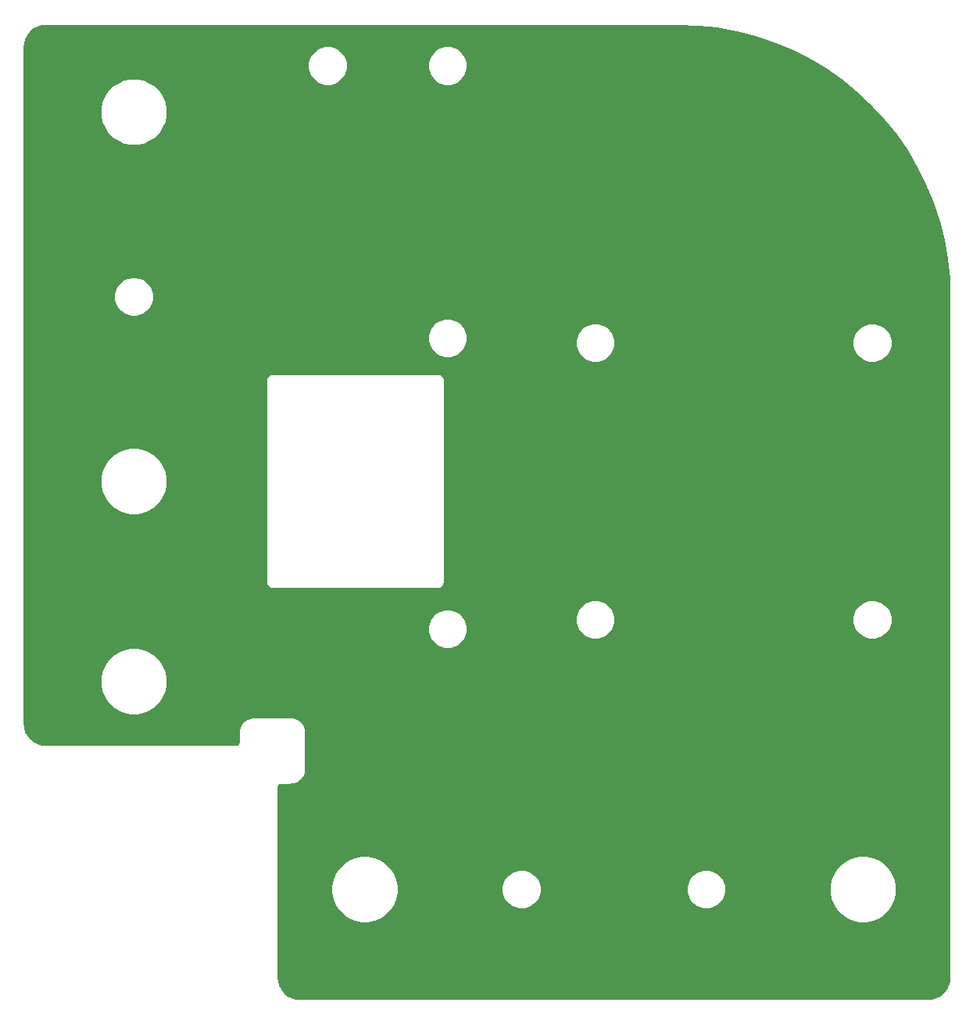
<source format=gbl>
G04 #@! TF.GenerationSoftware,KiCad,Pcbnew,5.1.9+dfsg1-1+deb11u1*
G04 #@! TF.CreationDate,2023-07-28T22:32:23+09:00*
G04 #@! TF.ProjectId,z-motor-mount,7a2d6d6f-746f-4722-9d6d-6f756e742e6b,rev?*
G04 #@! TF.SameCoordinates,Original*
G04 #@! TF.FileFunction,Copper,L2,Bot*
G04 #@! TF.FilePolarity,Positive*
%FSLAX46Y46*%
G04 Gerber Fmt 4.6, Leading zero omitted, Abs format (unit mm)*
G04 Created by KiCad (PCBNEW 5.1.9+dfsg1-1+deb11u1) date 2023-07-28 22:32:23*
%MOMM*%
%LPD*%
G01*
G04 APERTURE LIST*
G04 #@! TA.AperFunction,NonConductor*
%ADD10C,0.254000*%
G04 #@! TD*
G04 #@! TA.AperFunction,NonConductor*
%ADD11C,0.100000*%
G04 #@! TD*
G04 APERTURE END LIST*
D10*
X160097704Y-38535510D02*
X162184676Y-38760384D01*
X164250224Y-39133897D01*
X166283780Y-39654134D01*
X168274934Y-40318433D01*
X170213500Y-41123396D01*
X172089558Y-42064904D01*
X173893479Y-43138124D01*
X175616084Y-44337596D01*
X177248495Y-45657140D01*
X178782395Y-47090030D01*
X180209917Y-48628918D01*
X181523755Y-50265927D01*
X182717194Y-51992686D01*
X183784125Y-53800368D01*
X184719074Y-55679692D01*
X185517265Y-57621053D01*
X186174610Y-59614514D01*
X186687747Y-61649880D01*
X187054048Y-63716728D01*
X187271694Y-65805025D01*
X187340000Y-67811238D01*
X187340001Y-141467711D01*
X187292330Y-141953894D01*
X187160512Y-142390497D01*
X186946399Y-142793186D01*
X186658150Y-143146613D01*
X186306739Y-143437327D01*
X185905564Y-143654240D01*
X185469886Y-143789106D01*
X184985664Y-143840000D01*
X117032279Y-143840000D01*
X116546106Y-143792330D01*
X116109503Y-143660512D01*
X115706814Y-143446399D01*
X115353387Y-143158150D01*
X115062673Y-142806739D01*
X114845760Y-142405564D01*
X114710894Y-141969886D01*
X114660000Y-141485664D01*
X114660000Y-131639297D01*
X120337720Y-131639297D01*
X120337720Y-132360703D01*
X120478460Y-133068248D01*
X120754530Y-133734740D01*
X121155322Y-134334567D01*
X121665433Y-134844678D01*
X122265260Y-135245470D01*
X122931752Y-135521540D01*
X123639297Y-135662280D01*
X124360703Y-135662280D01*
X125068248Y-135521540D01*
X125734740Y-135245470D01*
X126334567Y-134844678D01*
X126844678Y-134334567D01*
X127245470Y-133734740D01*
X127521540Y-133068248D01*
X127662280Y-132360703D01*
X127662280Y-131786323D01*
X138830497Y-131786323D01*
X138830497Y-132213677D01*
X138913870Y-132632821D01*
X139077412Y-133027645D01*
X139314837Y-133382977D01*
X139617023Y-133685163D01*
X139972355Y-133922588D01*
X140367179Y-134086130D01*
X140786323Y-134169503D01*
X141213677Y-134169503D01*
X141632821Y-134086130D01*
X142027645Y-133922588D01*
X142382977Y-133685163D01*
X142685163Y-133382977D01*
X142922588Y-133027645D01*
X143086130Y-132632821D01*
X143169503Y-132213677D01*
X143169503Y-131786323D01*
X158830497Y-131786323D01*
X158830497Y-132213677D01*
X158913870Y-132632821D01*
X159077412Y-133027645D01*
X159314837Y-133382977D01*
X159617023Y-133685163D01*
X159972355Y-133922588D01*
X160367179Y-134086130D01*
X160786323Y-134169503D01*
X161213677Y-134169503D01*
X161632821Y-134086130D01*
X162027645Y-133922588D01*
X162382977Y-133685163D01*
X162685163Y-133382977D01*
X162922588Y-133027645D01*
X163086130Y-132632821D01*
X163169503Y-132213677D01*
X163169503Y-131786323D01*
X163140258Y-131639297D01*
X174337720Y-131639297D01*
X174337720Y-132360703D01*
X174478460Y-133068248D01*
X174754530Y-133734740D01*
X175155322Y-134334567D01*
X175665433Y-134844678D01*
X176265260Y-135245470D01*
X176931752Y-135521540D01*
X177639297Y-135662280D01*
X178360703Y-135662280D01*
X179068248Y-135521540D01*
X179734740Y-135245470D01*
X180334567Y-134844678D01*
X180844678Y-134334567D01*
X181245470Y-133734740D01*
X181521540Y-133068248D01*
X181662280Y-132360703D01*
X181662280Y-131639297D01*
X181521540Y-130931752D01*
X181245470Y-130265260D01*
X180844678Y-129665433D01*
X180334567Y-129155322D01*
X179734740Y-128754530D01*
X179068248Y-128478460D01*
X178360703Y-128337720D01*
X177639297Y-128337720D01*
X176931752Y-128478460D01*
X176265260Y-128754530D01*
X175665433Y-129155322D01*
X175155322Y-129665433D01*
X174754530Y-130265260D01*
X174478460Y-130931752D01*
X174337720Y-131639297D01*
X163140258Y-131639297D01*
X163086130Y-131367179D01*
X162922588Y-130972355D01*
X162685163Y-130617023D01*
X162382977Y-130314837D01*
X162027645Y-130077412D01*
X161632821Y-129913870D01*
X161213677Y-129830497D01*
X160786323Y-129830497D01*
X160367179Y-129913870D01*
X159972355Y-130077412D01*
X159617023Y-130314837D01*
X159314837Y-130617023D01*
X159077412Y-130972355D01*
X158913870Y-131367179D01*
X158830497Y-131786323D01*
X143169503Y-131786323D01*
X143086130Y-131367179D01*
X142922588Y-130972355D01*
X142685163Y-130617023D01*
X142382977Y-130314837D01*
X142027645Y-130077412D01*
X141632821Y-129913870D01*
X141213677Y-129830497D01*
X140786323Y-129830497D01*
X140367179Y-129913870D01*
X139972355Y-130077412D01*
X139617023Y-130314837D01*
X139314837Y-130617023D01*
X139077412Y-130972355D01*
X138913870Y-131367179D01*
X138830497Y-131786323D01*
X127662280Y-131786323D01*
X127662280Y-131639297D01*
X127521540Y-130931752D01*
X127245470Y-130265260D01*
X126844678Y-129665433D01*
X126334567Y-129155322D01*
X125734740Y-128754530D01*
X125068248Y-128478460D01*
X124360703Y-128337720D01*
X123639297Y-128337720D01*
X122931752Y-128478460D01*
X122265260Y-128754530D01*
X121665433Y-129155322D01*
X121155322Y-129665433D01*
X120754530Y-130265260D01*
X120478460Y-130931752D01*
X120337720Y-131639297D01*
X114660000Y-131639297D01*
X114660000Y-121032279D01*
X114669580Y-120934576D01*
X114688580Y-120871644D01*
X114719445Y-120813595D01*
X114760989Y-120762657D01*
X114811644Y-120720752D01*
X114869471Y-120689485D01*
X114932272Y-120670044D01*
X115027835Y-120660000D01*
X116032419Y-120660000D01*
X116060674Y-120657217D01*
X116066801Y-120657260D01*
X116075972Y-120656360D01*
X116270069Y-120635959D01*
X116328658Y-120623932D01*
X116387423Y-120612723D01*
X116396245Y-120610059D01*
X116582683Y-120552347D01*
X116637838Y-120529162D01*
X116693291Y-120506758D01*
X116701427Y-120502432D01*
X116873104Y-120409607D01*
X116922699Y-120376154D01*
X116972753Y-120343400D01*
X116979894Y-120337576D01*
X117130272Y-120213172D01*
X117172411Y-120170737D01*
X117215161Y-120128874D01*
X117221034Y-120121773D01*
X117344384Y-119970531D01*
X117377477Y-119920723D01*
X117411284Y-119871349D01*
X117415667Y-119863243D01*
X117507292Y-119690920D01*
X117530090Y-119635608D01*
X117553652Y-119580634D01*
X117556377Y-119571831D01*
X117612786Y-119384994D01*
X117624405Y-119326314D01*
X117636842Y-119267804D01*
X117637805Y-119258639D01*
X117656850Y-119064406D01*
X117656850Y-119064402D01*
X117660000Y-119032419D01*
X117660000Y-114967581D01*
X117657217Y-114939326D01*
X117657260Y-114933199D01*
X117656360Y-114924028D01*
X117635959Y-114729931D01*
X117623934Y-114671348D01*
X117612723Y-114612577D01*
X117610059Y-114603755D01*
X117552347Y-114417317D01*
X117529162Y-114362162D01*
X117506758Y-114306709D01*
X117502432Y-114298573D01*
X117409607Y-114126896D01*
X117376139Y-114077278D01*
X117343400Y-114027247D01*
X117337576Y-114020106D01*
X117213172Y-113869728D01*
X117170737Y-113827589D01*
X117128874Y-113784839D01*
X117121773Y-113778966D01*
X116970531Y-113655616D01*
X116920738Y-113622534D01*
X116871349Y-113588716D01*
X116863243Y-113584333D01*
X116690921Y-113492708D01*
X116635606Y-113469909D01*
X116580634Y-113446348D01*
X116571831Y-113443623D01*
X116384995Y-113387214D01*
X116326307Y-113375594D01*
X116267804Y-113363158D01*
X116258639Y-113362195D01*
X116064405Y-113343150D01*
X116064402Y-113343150D01*
X116032419Y-113340000D01*
X111967581Y-113340000D01*
X111939326Y-113342783D01*
X111933199Y-113342740D01*
X111924028Y-113343640D01*
X111729931Y-113364041D01*
X111671348Y-113376066D01*
X111612577Y-113387277D01*
X111603755Y-113389941D01*
X111417317Y-113447653D01*
X111362162Y-113470838D01*
X111306709Y-113493242D01*
X111298573Y-113497568D01*
X111126896Y-113590393D01*
X111077278Y-113623861D01*
X111027247Y-113656600D01*
X111020106Y-113662424D01*
X110869728Y-113786828D01*
X110827589Y-113829263D01*
X110784839Y-113871126D01*
X110778966Y-113878227D01*
X110655616Y-114029469D01*
X110622534Y-114079262D01*
X110588716Y-114128651D01*
X110584333Y-114136757D01*
X110492708Y-114309079D01*
X110469909Y-114364394D01*
X110446348Y-114419366D01*
X110443623Y-114428169D01*
X110387214Y-114615005D01*
X110375594Y-114673693D01*
X110363158Y-114732196D01*
X110362195Y-114741361D01*
X110343150Y-114935595D01*
X110340000Y-114967582D01*
X110340001Y-115967711D01*
X110330420Y-116065424D01*
X110311420Y-116128357D01*
X110280554Y-116186406D01*
X110239011Y-116237343D01*
X110188356Y-116279248D01*
X110130529Y-116310515D01*
X110067728Y-116329956D01*
X109972165Y-116340000D01*
X89532279Y-116340000D01*
X89046110Y-116292331D01*
X88609503Y-116160511D01*
X88206815Y-115946399D01*
X87853387Y-115658150D01*
X87562676Y-115306741D01*
X87345759Y-114905563D01*
X87210894Y-114469887D01*
X87160000Y-113985665D01*
X87160000Y-109139297D01*
X95337720Y-109139297D01*
X95337720Y-109860703D01*
X95478460Y-110568248D01*
X95754530Y-111234740D01*
X96155322Y-111834567D01*
X96665433Y-112344678D01*
X97265260Y-112745470D01*
X97931752Y-113021540D01*
X98639297Y-113162280D01*
X99360703Y-113162280D01*
X100068248Y-113021540D01*
X100734740Y-112745470D01*
X101334567Y-112344678D01*
X101844678Y-111834567D01*
X102245470Y-111234740D01*
X102521540Y-110568248D01*
X102662280Y-109860703D01*
X102662280Y-109139297D01*
X102521540Y-108431752D01*
X102245470Y-107765260D01*
X101844678Y-107165433D01*
X101334567Y-106655322D01*
X100734740Y-106254530D01*
X100068248Y-105978460D01*
X99360703Y-105837720D01*
X98639297Y-105837720D01*
X97931752Y-105978460D01*
X97265260Y-106254530D01*
X96665433Y-106655322D01*
X96155322Y-107165433D01*
X95754530Y-107765260D01*
X95478460Y-108431752D01*
X95337720Y-109139297D01*
X87160000Y-109139297D01*
X87160000Y-103586323D01*
X130830497Y-103586323D01*
X130830497Y-104013677D01*
X130913870Y-104432821D01*
X131077412Y-104827645D01*
X131314837Y-105182977D01*
X131617023Y-105485163D01*
X131972355Y-105722588D01*
X132367179Y-105886130D01*
X132786323Y-105969503D01*
X133213677Y-105969503D01*
X133632821Y-105886130D01*
X134027645Y-105722588D01*
X134382977Y-105485163D01*
X134685163Y-105182977D01*
X134922588Y-104827645D01*
X135086130Y-104432821D01*
X135169503Y-104013677D01*
X135169503Y-103586323D01*
X135086130Y-103167179D01*
X134922588Y-102772355D01*
X134798286Y-102586323D01*
X146830497Y-102586323D01*
X146830497Y-103013677D01*
X146913870Y-103432821D01*
X147077412Y-103827645D01*
X147314837Y-104182977D01*
X147617023Y-104485163D01*
X147972355Y-104722588D01*
X148367179Y-104886130D01*
X148786323Y-104969503D01*
X149213677Y-104969503D01*
X149632821Y-104886130D01*
X150027645Y-104722588D01*
X150382977Y-104485163D01*
X150685163Y-104182977D01*
X150922588Y-103827645D01*
X151086130Y-103432821D01*
X151169503Y-103013677D01*
X151169503Y-102586323D01*
X176830497Y-102586323D01*
X176830497Y-103013677D01*
X176913870Y-103432821D01*
X177077412Y-103827645D01*
X177314837Y-104182977D01*
X177617023Y-104485163D01*
X177972355Y-104722588D01*
X178367179Y-104886130D01*
X178786323Y-104969503D01*
X179213677Y-104969503D01*
X179632821Y-104886130D01*
X180027645Y-104722588D01*
X180382977Y-104485163D01*
X180685163Y-104182977D01*
X180922588Y-103827645D01*
X181086130Y-103432821D01*
X181169503Y-103013677D01*
X181169503Y-102586323D01*
X181086130Y-102167179D01*
X180922588Y-101772355D01*
X180685163Y-101417023D01*
X180382977Y-101114837D01*
X180027645Y-100877412D01*
X179632821Y-100713870D01*
X179213677Y-100630497D01*
X178786323Y-100630497D01*
X178367179Y-100713870D01*
X177972355Y-100877412D01*
X177617023Y-101114837D01*
X177314837Y-101417023D01*
X177077412Y-101772355D01*
X176913870Y-102167179D01*
X176830497Y-102586323D01*
X151169503Y-102586323D01*
X151086130Y-102167179D01*
X150922588Y-101772355D01*
X150685163Y-101417023D01*
X150382977Y-101114837D01*
X150027645Y-100877412D01*
X149632821Y-100713870D01*
X149213677Y-100630497D01*
X148786323Y-100630497D01*
X148367179Y-100713870D01*
X147972355Y-100877412D01*
X147617023Y-101114837D01*
X147314837Y-101417023D01*
X147077412Y-101772355D01*
X146913870Y-102167179D01*
X146830497Y-102586323D01*
X134798286Y-102586323D01*
X134685163Y-102417023D01*
X134382977Y-102114837D01*
X134027645Y-101877412D01*
X133632821Y-101713870D01*
X133213677Y-101630497D01*
X132786323Y-101630497D01*
X132367179Y-101713870D01*
X131972355Y-101877412D01*
X131617023Y-102114837D01*
X131314837Y-102417023D01*
X131077412Y-102772355D01*
X130913870Y-103167179D01*
X130830497Y-103586323D01*
X87160000Y-103586323D01*
X87160000Y-87439297D01*
X95337720Y-87439297D01*
X95337720Y-88160703D01*
X95478460Y-88868248D01*
X95754530Y-89534740D01*
X96155322Y-90134567D01*
X96665433Y-90644678D01*
X97265260Y-91045470D01*
X97931752Y-91321540D01*
X98639297Y-91462280D01*
X99360703Y-91462280D01*
X100068248Y-91321540D01*
X100734740Y-91045470D01*
X101334567Y-90644678D01*
X101844678Y-90134567D01*
X102245470Y-89534740D01*
X102521540Y-88868248D01*
X102662280Y-88160703D01*
X102662280Y-87439297D01*
X102521540Y-86731752D01*
X102245470Y-86065260D01*
X101844678Y-85465433D01*
X101334567Y-84955322D01*
X100734740Y-84554530D01*
X100068248Y-84278460D01*
X99360703Y-84137720D01*
X98639297Y-84137720D01*
X97931752Y-84278460D01*
X97265260Y-84554530D01*
X96665433Y-84955322D01*
X96155322Y-85465433D01*
X95754530Y-86065260D01*
X95478460Y-86731752D01*
X95337720Y-87439297D01*
X87160000Y-87439297D01*
X87160000Y-76800000D01*
X113336807Y-76800000D01*
X113340000Y-76832419D01*
X113340001Y-98767571D01*
X113336807Y-98800000D01*
X113349550Y-98929383D01*
X113387290Y-99053793D01*
X113448575Y-99168450D01*
X113531052Y-99268948D01*
X113631550Y-99351425D01*
X113746207Y-99412710D01*
X113870617Y-99450450D01*
X113967581Y-99460000D01*
X114000000Y-99463193D01*
X114032419Y-99460000D01*
X131967581Y-99460000D01*
X132000000Y-99463193D01*
X132032419Y-99460000D01*
X132129383Y-99450450D01*
X132253793Y-99412710D01*
X132368450Y-99351425D01*
X132468948Y-99268948D01*
X132551425Y-99168450D01*
X132612710Y-99053793D01*
X132650450Y-98929383D01*
X132663193Y-98800000D01*
X132660000Y-98767581D01*
X132660000Y-76832419D01*
X132663193Y-76800000D01*
X132650450Y-76670617D01*
X132612710Y-76546207D01*
X132551425Y-76431550D01*
X132468948Y-76331052D01*
X132368450Y-76248575D01*
X132253793Y-76187290D01*
X132129383Y-76149550D01*
X132032419Y-76140000D01*
X132000000Y-76136807D01*
X131967581Y-76140000D01*
X114032419Y-76140000D01*
X114000000Y-76136807D01*
X113967581Y-76140000D01*
X113870617Y-76149550D01*
X113746207Y-76187290D01*
X113631550Y-76248575D01*
X113531052Y-76331052D01*
X113448575Y-76431550D01*
X113387290Y-76546207D01*
X113349550Y-76670617D01*
X113336807Y-76800000D01*
X87160000Y-76800000D01*
X87160000Y-72086323D01*
X130830497Y-72086323D01*
X130830497Y-72513677D01*
X130913870Y-72932821D01*
X131077412Y-73327645D01*
X131314837Y-73682977D01*
X131617023Y-73985163D01*
X131972355Y-74222588D01*
X132367179Y-74386130D01*
X132786323Y-74469503D01*
X133213677Y-74469503D01*
X133632821Y-74386130D01*
X134027645Y-74222588D01*
X134382977Y-73985163D01*
X134685163Y-73682977D01*
X134922588Y-73327645D01*
X135086130Y-72932821D01*
X135155052Y-72586323D01*
X146830497Y-72586323D01*
X146830497Y-73013677D01*
X146913870Y-73432821D01*
X147077412Y-73827645D01*
X147314837Y-74182977D01*
X147617023Y-74485163D01*
X147972355Y-74722588D01*
X148367179Y-74886130D01*
X148786323Y-74969503D01*
X149213677Y-74969503D01*
X149632821Y-74886130D01*
X150027645Y-74722588D01*
X150382977Y-74485163D01*
X150685163Y-74182977D01*
X150922588Y-73827645D01*
X151086130Y-73432821D01*
X151169503Y-73013677D01*
X151169503Y-72586323D01*
X176830497Y-72586323D01*
X176830497Y-73013677D01*
X176913870Y-73432821D01*
X177077412Y-73827645D01*
X177314837Y-74182977D01*
X177617023Y-74485163D01*
X177972355Y-74722588D01*
X178367179Y-74886130D01*
X178786323Y-74969503D01*
X179213677Y-74969503D01*
X179632821Y-74886130D01*
X180027645Y-74722588D01*
X180382977Y-74485163D01*
X180685163Y-74182977D01*
X180922588Y-73827645D01*
X181086130Y-73432821D01*
X181169503Y-73013677D01*
X181169503Y-72586323D01*
X181086130Y-72167179D01*
X180922588Y-71772355D01*
X180685163Y-71417023D01*
X180382977Y-71114837D01*
X180027645Y-70877412D01*
X179632821Y-70713870D01*
X179213677Y-70630497D01*
X178786323Y-70630497D01*
X178367179Y-70713870D01*
X177972355Y-70877412D01*
X177617023Y-71114837D01*
X177314837Y-71417023D01*
X177077412Y-71772355D01*
X176913870Y-72167179D01*
X176830497Y-72586323D01*
X151169503Y-72586323D01*
X151086130Y-72167179D01*
X150922588Y-71772355D01*
X150685163Y-71417023D01*
X150382977Y-71114837D01*
X150027645Y-70877412D01*
X149632821Y-70713870D01*
X149213677Y-70630497D01*
X148786323Y-70630497D01*
X148367179Y-70713870D01*
X147972355Y-70877412D01*
X147617023Y-71114837D01*
X147314837Y-71417023D01*
X147077412Y-71772355D01*
X146913870Y-72167179D01*
X146830497Y-72586323D01*
X135155052Y-72586323D01*
X135169503Y-72513677D01*
X135169503Y-72086323D01*
X135086130Y-71667179D01*
X134922588Y-71272355D01*
X134685163Y-70917023D01*
X134382977Y-70614837D01*
X134027645Y-70377412D01*
X133632821Y-70213870D01*
X133213677Y-70130497D01*
X132786323Y-70130497D01*
X132367179Y-70213870D01*
X131972355Y-70377412D01*
X131617023Y-70614837D01*
X131314837Y-70917023D01*
X131077412Y-71272355D01*
X130913870Y-71667179D01*
X130830497Y-72086323D01*
X87160000Y-72086323D01*
X87160000Y-67586323D01*
X96830497Y-67586323D01*
X96830497Y-68013677D01*
X96913870Y-68432821D01*
X97077412Y-68827645D01*
X97314837Y-69182977D01*
X97617023Y-69485163D01*
X97972355Y-69722588D01*
X98367179Y-69886130D01*
X98786323Y-69969503D01*
X99213677Y-69969503D01*
X99632821Y-69886130D01*
X100027645Y-69722588D01*
X100382977Y-69485163D01*
X100685163Y-69182977D01*
X100922588Y-68827645D01*
X101086130Y-68432821D01*
X101169503Y-68013677D01*
X101169503Y-67586323D01*
X101086130Y-67167179D01*
X100922588Y-66772355D01*
X100685163Y-66417023D01*
X100382977Y-66114837D01*
X100027645Y-65877412D01*
X99632821Y-65713870D01*
X99213677Y-65630497D01*
X98786323Y-65630497D01*
X98367179Y-65713870D01*
X97972355Y-65877412D01*
X97617023Y-66114837D01*
X97314837Y-66417023D01*
X97077412Y-66772355D01*
X96913870Y-67167179D01*
X96830497Y-67586323D01*
X87160000Y-67586323D01*
X87160000Y-47439297D01*
X95337720Y-47439297D01*
X95337720Y-48160703D01*
X95478460Y-48868248D01*
X95754530Y-49534740D01*
X96155322Y-50134567D01*
X96665433Y-50644678D01*
X97265260Y-51045470D01*
X97931752Y-51321540D01*
X98639297Y-51462280D01*
X99360703Y-51462280D01*
X100068248Y-51321540D01*
X100734740Y-51045470D01*
X101334567Y-50644678D01*
X101844678Y-50134567D01*
X102245470Y-49534740D01*
X102521540Y-48868248D01*
X102662280Y-48160703D01*
X102662280Y-47439297D01*
X102521540Y-46731752D01*
X102245470Y-46065260D01*
X101844678Y-45465433D01*
X101334567Y-44955322D01*
X100734740Y-44554530D01*
X100068248Y-44278460D01*
X99360703Y-44137720D01*
X98639297Y-44137720D01*
X97931752Y-44278460D01*
X97265260Y-44554530D01*
X96665433Y-44955322D01*
X96155322Y-45465433D01*
X95754530Y-46065260D01*
X95478460Y-46731752D01*
X95337720Y-47439297D01*
X87160000Y-47439297D01*
X87160000Y-42586323D01*
X117830497Y-42586323D01*
X117830497Y-43013677D01*
X117913870Y-43432821D01*
X118077412Y-43827645D01*
X118314837Y-44182977D01*
X118617023Y-44485163D01*
X118972355Y-44722588D01*
X119367179Y-44886130D01*
X119786323Y-44969503D01*
X120213677Y-44969503D01*
X120632821Y-44886130D01*
X121027645Y-44722588D01*
X121382977Y-44485163D01*
X121685163Y-44182977D01*
X121922588Y-43827645D01*
X122086130Y-43432821D01*
X122169503Y-43013677D01*
X122169503Y-42586323D01*
X130830497Y-42586323D01*
X130830497Y-43013677D01*
X130913870Y-43432821D01*
X131077412Y-43827645D01*
X131314837Y-44182977D01*
X131617023Y-44485163D01*
X131972355Y-44722588D01*
X132367179Y-44886130D01*
X132786323Y-44969503D01*
X133213677Y-44969503D01*
X133632821Y-44886130D01*
X134027645Y-44722588D01*
X134382977Y-44485163D01*
X134685163Y-44182977D01*
X134922588Y-43827645D01*
X135086130Y-43432821D01*
X135169503Y-43013677D01*
X135169503Y-42586323D01*
X135086130Y-42167179D01*
X134922588Y-41772355D01*
X134685163Y-41417023D01*
X134382977Y-41114837D01*
X134027645Y-40877412D01*
X133632821Y-40713870D01*
X133213677Y-40630497D01*
X132786323Y-40630497D01*
X132367179Y-40713870D01*
X131972355Y-40877412D01*
X131617023Y-41114837D01*
X131314837Y-41417023D01*
X131077412Y-41772355D01*
X130913870Y-42167179D01*
X130830497Y-42586323D01*
X122169503Y-42586323D01*
X122086130Y-42167179D01*
X121922588Y-41772355D01*
X121685163Y-41417023D01*
X121382977Y-41114837D01*
X121027645Y-40877412D01*
X120632821Y-40713870D01*
X120213677Y-40630497D01*
X119786323Y-40630497D01*
X119367179Y-40713870D01*
X118972355Y-40877412D01*
X118617023Y-41114837D01*
X118314837Y-41417023D01*
X118077412Y-41772355D01*
X117913870Y-42167179D01*
X117830497Y-42586323D01*
X87160000Y-42586323D01*
X87160000Y-40832279D01*
X87207670Y-40346107D01*
X87339489Y-39909502D01*
X87553600Y-39506815D01*
X87841848Y-39153388D01*
X88193261Y-38862673D01*
X88594439Y-38645758D01*
X89030113Y-38510894D01*
X89514344Y-38460000D01*
X157988180Y-38460000D01*
X160097704Y-38535510D01*
G04 #@! TA.AperFunction,NonConductor*
D11*
G36*
X160097704Y-38535510D02*
G01*
X162184676Y-38760384D01*
X164250224Y-39133897D01*
X166283780Y-39654134D01*
X168274934Y-40318433D01*
X170213500Y-41123396D01*
X172089558Y-42064904D01*
X173893479Y-43138124D01*
X175616084Y-44337596D01*
X177248495Y-45657140D01*
X178782395Y-47090030D01*
X180209917Y-48628918D01*
X181523755Y-50265927D01*
X182717194Y-51992686D01*
X183784125Y-53800368D01*
X184719074Y-55679692D01*
X185517265Y-57621053D01*
X186174610Y-59614514D01*
X186687747Y-61649880D01*
X187054048Y-63716728D01*
X187271694Y-65805025D01*
X187340000Y-67811238D01*
X187340001Y-141467711D01*
X187292330Y-141953894D01*
X187160512Y-142390497D01*
X186946399Y-142793186D01*
X186658150Y-143146613D01*
X186306739Y-143437327D01*
X185905564Y-143654240D01*
X185469886Y-143789106D01*
X184985664Y-143840000D01*
X117032279Y-143840000D01*
X116546106Y-143792330D01*
X116109503Y-143660512D01*
X115706814Y-143446399D01*
X115353387Y-143158150D01*
X115062673Y-142806739D01*
X114845760Y-142405564D01*
X114710894Y-141969886D01*
X114660000Y-141485664D01*
X114660000Y-131639297D01*
X120337720Y-131639297D01*
X120337720Y-132360703D01*
X120478460Y-133068248D01*
X120754530Y-133734740D01*
X121155322Y-134334567D01*
X121665433Y-134844678D01*
X122265260Y-135245470D01*
X122931752Y-135521540D01*
X123639297Y-135662280D01*
X124360703Y-135662280D01*
X125068248Y-135521540D01*
X125734740Y-135245470D01*
X126334567Y-134844678D01*
X126844678Y-134334567D01*
X127245470Y-133734740D01*
X127521540Y-133068248D01*
X127662280Y-132360703D01*
X127662280Y-131786323D01*
X138830497Y-131786323D01*
X138830497Y-132213677D01*
X138913870Y-132632821D01*
X139077412Y-133027645D01*
X139314837Y-133382977D01*
X139617023Y-133685163D01*
X139972355Y-133922588D01*
X140367179Y-134086130D01*
X140786323Y-134169503D01*
X141213677Y-134169503D01*
X141632821Y-134086130D01*
X142027645Y-133922588D01*
X142382977Y-133685163D01*
X142685163Y-133382977D01*
X142922588Y-133027645D01*
X143086130Y-132632821D01*
X143169503Y-132213677D01*
X143169503Y-131786323D01*
X158830497Y-131786323D01*
X158830497Y-132213677D01*
X158913870Y-132632821D01*
X159077412Y-133027645D01*
X159314837Y-133382977D01*
X159617023Y-133685163D01*
X159972355Y-133922588D01*
X160367179Y-134086130D01*
X160786323Y-134169503D01*
X161213677Y-134169503D01*
X161632821Y-134086130D01*
X162027645Y-133922588D01*
X162382977Y-133685163D01*
X162685163Y-133382977D01*
X162922588Y-133027645D01*
X163086130Y-132632821D01*
X163169503Y-132213677D01*
X163169503Y-131786323D01*
X163140258Y-131639297D01*
X174337720Y-131639297D01*
X174337720Y-132360703D01*
X174478460Y-133068248D01*
X174754530Y-133734740D01*
X175155322Y-134334567D01*
X175665433Y-134844678D01*
X176265260Y-135245470D01*
X176931752Y-135521540D01*
X177639297Y-135662280D01*
X178360703Y-135662280D01*
X179068248Y-135521540D01*
X179734740Y-135245470D01*
X180334567Y-134844678D01*
X180844678Y-134334567D01*
X181245470Y-133734740D01*
X181521540Y-133068248D01*
X181662280Y-132360703D01*
X181662280Y-131639297D01*
X181521540Y-130931752D01*
X181245470Y-130265260D01*
X180844678Y-129665433D01*
X180334567Y-129155322D01*
X179734740Y-128754530D01*
X179068248Y-128478460D01*
X178360703Y-128337720D01*
X177639297Y-128337720D01*
X176931752Y-128478460D01*
X176265260Y-128754530D01*
X175665433Y-129155322D01*
X175155322Y-129665433D01*
X174754530Y-130265260D01*
X174478460Y-130931752D01*
X174337720Y-131639297D01*
X163140258Y-131639297D01*
X163086130Y-131367179D01*
X162922588Y-130972355D01*
X162685163Y-130617023D01*
X162382977Y-130314837D01*
X162027645Y-130077412D01*
X161632821Y-129913870D01*
X161213677Y-129830497D01*
X160786323Y-129830497D01*
X160367179Y-129913870D01*
X159972355Y-130077412D01*
X159617023Y-130314837D01*
X159314837Y-130617023D01*
X159077412Y-130972355D01*
X158913870Y-131367179D01*
X158830497Y-131786323D01*
X143169503Y-131786323D01*
X143086130Y-131367179D01*
X142922588Y-130972355D01*
X142685163Y-130617023D01*
X142382977Y-130314837D01*
X142027645Y-130077412D01*
X141632821Y-129913870D01*
X141213677Y-129830497D01*
X140786323Y-129830497D01*
X140367179Y-129913870D01*
X139972355Y-130077412D01*
X139617023Y-130314837D01*
X139314837Y-130617023D01*
X139077412Y-130972355D01*
X138913870Y-131367179D01*
X138830497Y-131786323D01*
X127662280Y-131786323D01*
X127662280Y-131639297D01*
X127521540Y-130931752D01*
X127245470Y-130265260D01*
X126844678Y-129665433D01*
X126334567Y-129155322D01*
X125734740Y-128754530D01*
X125068248Y-128478460D01*
X124360703Y-128337720D01*
X123639297Y-128337720D01*
X122931752Y-128478460D01*
X122265260Y-128754530D01*
X121665433Y-129155322D01*
X121155322Y-129665433D01*
X120754530Y-130265260D01*
X120478460Y-130931752D01*
X120337720Y-131639297D01*
X114660000Y-131639297D01*
X114660000Y-121032279D01*
X114669580Y-120934576D01*
X114688580Y-120871644D01*
X114719445Y-120813595D01*
X114760989Y-120762657D01*
X114811644Y-120720752D01*
X114869471Y-120689485D01*
X114932272Y-120670044D01*
X115027835Y-120660000D01*
X116032419Y-120660000D01*
X116060674Y-120657217D01*
X116066801Y-120657260D01*
X116075972Y-120656360D01*
X116270069Y-120635959D01*
X116328658Y-120623932D01*
X116387423Y-120612723D01*
X116396245Y-120610059D01*
X116582683Y-120552347D01*
X116637838Y-120529162D01*
X116693291Y-120506758D01*
X116701427Y-120502432D01*
X116873104Y-120409607D01*
X116922699Y-120376154D01*
X116972753Y-120343400D01*
X116979894Y-120337576D01*
X117130272Y-120213172D01*
X117172411Y-120170737D01*
X117215161Y-120128874D01*
X117221034Y-120121773D01*
X117344384Y-119970531D01*
X117377477Y-119920723D01*
X117411284Y-119871349D01*
X117415667Y-119863243D01*
X117507292Y-119690920D01*
X117530090Y-119635608D01*
X117553652Y-119580634D01*
X117556377Y-119571831D01*
X117612786Y-119384994D01*
X117624405Y-119326314D01*
X117636842Y-119267804D01*
X117637805Y-119258639D01*
X117656850Y-119064406D01*
X117656850Y-119064402D01*
X117660000Y-119032419D01*
X117660000Y-114967581D01*
X117657217Y-114939326D01*
X117657260Y-114933199D01*
X117656360Y-114924028D01*
X117635959Y-114729931D01*
X117623934Y-114671348D01*
X117612723Y-114612577D01*
X117610059Y-114603755D01*
X117552347Y-114417317D01*
X117529162Y-114362162D01*
X117506758Y-114306709D01*
X117502432Y-114298573D01*
X117409607Y-114126896D01*
X117376139Y-114077278D01*
X117343400Y-114027247D01*
X117337576Y-114020106D01*
X117213172Y-113869728D01*
X117170737Y-113827589D01*
X117128874Y-113784839D01*
X117121773Y-113778966D01*
X116970531Y-113655616D01*
X116920738Y-113622534D01*
X116871349Y-113588716D01*
X116863243Y-113584333D01*
X116690921Y-113492708D01*
X116635606Y-113469909D01*
X116580634Y-113446348D01*
X116571831Y-113443623D01*
X116384995Y-113387214D01*
X116326307Y-113375594D01*
X116267804Y-113363158D01*
X116258639Y-113362195D01*
X116064405Y-113343150D01*
X116064402Y-113343150D01*
X116032419Y-113340000D01*
X111967581Y-113340000D01*
X111939326Y-113342783D01*
X111933199Y-113342740D01*
X111924028Y-113343640D01*
X111729931Y-113364041D01*
X111671348Y-113376066D01*
X111612577Y-113387277D01*
X111603755Y-113389941D01*
X111417317Y-113447653D01*
X111362162Y-113470838D01*
X111306709Y-113493242D01*
X111298573Y-113497568D01*
X111126896Y-113590393D01*
X111077278Y-113623861D01*
X111027247Y-113656600D01*
X111020106Y-113662424D01*
X110869728Y-113786828D01*
X110827589Y-113829263D01*
X110784839Y-113871126D01*
X110778966Y-113878227D01*
X110655616Y-114029469D01*
X110622534Y-114079262D01*
X110588716Y-114128651D01*
X110584333Y-114136757D01*
X110492708Y-114309079D01*
X110469909Y-114364394D01*
X110446348Y-114419366D01*
X110443623Y-114428169D01*
X110387214Y-114615005D01*
X110375594Y-114673693D01*
X110363158Y-114732196D01*
X110362195Y-114741361D01*
X110343150Y-114935595D01*
X110340000Y-114967582D01*
X110340001Y-115967711D01*
X110330420Y-116065424D01*
X110311420Y-116128357D01*
X110280554Y-116186406D01*
X110239011Y-116237343D01*
X110188356Y-116279248D01*
X110130529Y-116310515D01*
X110067728Y-116329956D01*
X109972165Y-116340000D01*
X89532279Y-116340000D01*
X89046110Y-116292331D01*
X88609503Y-116160511D01*
X88206815Y-115946399D01*
X87853387Y-115658150D01*
X87562676Y-115306741D01*
X87345759Y-114905563D01*
X87210894Y-114469887D01*
X87160000Y-113985665D01*
X87160000Y-109139297D01*
X95337720Y-109139297D01*
X95337720Y-109860703D01*
X95478460Y-110568248D01*
X95754530Y-111234740D01*
X96155322Y-111834567D01*
X96665433Y-112344678D01*
X97265260Y-112745470D01*
X97931752Y-113021540D01*
X98639297Y-113162280D01*
X99360703Y-113162280D01*
X100068248Y-113021540D01*
X100734740Y-112745470D01*
X101334567Y-112344678D01*
X101844678Y-111834567D01*
X102245470Y-111234740D01*
X102521540Y-110568248D01*
X102662280Y-109860703D01*
X102662280Y-109139297D01*
X102521540Y-108431752D01*
X102245470Y-107765260D01*
X101844678Y-107165433D01*
X101334567Y-106655322D01*
X100734740Y-106254530D01*
X100068248Y-105978460D01*
X99360703Y-105837720D01*
X98639297Y-105837720D01*
X97931752Y-105978460D01*
X97265260Y-106254530D01*
X96665433Y-106655322D01*
X96155322Y-107165433D01*
X95754530Y-107765260D01*
X95478460Y-108431752D01*
X95337720Y-109139297D01*
X87160000Y-109139297D01*
X87160000Y-103586323D01*
X130830497Y-103586323D01*
X130830497Y-104013677D01*
X130913870Y-104432821D01*
X131077412Y-104827645D01*
X131314837Y-105182977D01*
X131617023Y-105485163D01*
X131972355Y-105722588D01*
X132367179Y-105886130D01*
X132786323Y-105969503D01*
X133213677Y-105969503D01*
X133632821Y-105886130D01*
X134027645Y-105722588D01*
X134382977Y-105485163D01*
X134685163Y-105182977D01*
X134922588Y-104827645D01*
X135086130Y-104432821D01*
X135169503Y-104013677D01*
X135169503Y-103586323D01*
X135086130Y-103167179D01*
X134922588Y-102772355D01*
X134798286Y-102586323D01*
X146830497Y-102586323D01*
X146830497Y-103013677D01*
X146913870Y-103432821D01*
X147077412Y-103827645D01*
X147314837Y-104182977D01*
X147617023Y-104485163D01*
X147972355Y-104722588D01*
X148367179Y-104886130D01*
X148786323Y-104969503D01*
X149213677Y-104969503D01*
X149632821Y-104886130D01*
X150027645Y-104722588D01*
X150382977Y-104485163D01*
X150685163Y-104182977D01*
X150922588Y-103827645D01*
X151086130Y-103432821D01*
X151169503Y-103013677D01*
X151169503Y-102586323D01*
X176830497Y-102586323D01*
X176830497Y-103013677D01*
X176913870Y-103432821D01*
X177077412Y-103827645D01*
X177314837Y-104182977D01*
X177617023Y-104485163D01*
X177972355Y-104722588D01*
X178367179Y-104886130D01*
X178786323Y-104969503D01*
X179213677Y-104969503D01*
X179632821Y-104886130D01*
X180027645Y-104722588D01*
X180382977Y-104485163D01*
X180685163Y-104182977D01*
X180922588Y-103827645D01*
X181086130Y-103432821D01*
X181169503Y-103013677D01*
X181169503Y-102586323D01*
X181086130Y-102167179D01*
X180922588Y-101772355D01*
X180685163Y-101417023D01*
X180382977Y-101114837D01*
X180027645Y-100877412D01*
X179632821Y-100713870D01*
X179213677Y-100630497D01*
X178786323Y-100630497D01*
X178367179Y-100713870D01*
X177972355Y-100877412D01*
X177617023Y-101114837D01*
X177314837Y-101417023D01*
X177077412Y-101772355D01*
X176913870Y-102167179D01*
X176830497Y-102586323D01*
X151169503Y-102586323D01*
X151086130Y-102167179D01*
X150922588Y-101772355D01*
X150685163Y-101417023D01*
X150382977Y-101114837D01*
X150027645Y-100877412D01*
X149632821Y-100713870D01*
X149213677Y-100630497D01*
X148786323Y-100630497D01*
X148367179Y-100713870D01*
X147972355Y-100877412D01*
X147617023Y-101114837D01*
X147314837Y-101417023D01*
X147077412Y-101772355D01*
X146913870Y-102167179D01*
X146830497Y-102586323D01*
X134798286Y-102586323D01*
X134685163Y-102417023D01*
X134382977Y-102114837D01*
X134027645Y-101877412D01*
X133632821Y-101713870D01*
X133213677Y-101630497D01*
X132786323Y-101630497D01*
X132367179Y-101713870D01*
X131972355Y-101877412D01*
X131617023Y-102114837D01*
X131314837Y-102417023D01*
X131077412Y-102772355D01*
X130913870Y-103167179D01*
X130830497Y-103586323D01*
X87160000Y-103586323D01*
X87160000Y-87439297D01*
X95337720Y-87439297D01*
X95337720Y-88160703D01*
X95478460Y-88868248D01*
X95754530Y-89534740D01*
X96155322Y-90134567D01*
X96665433Y-90644678D01*
X97265260Y-91045470D01*
X97931752Y-91321540D01*
X98639297Y-91462280D01*
X99360703Y-91462280D01*
X100068248Y-91321540D01*
X100734740Y-91045470D01*
X101334567Y-90644678D01*
X101844678Y-90134567D01*
X102245470Y-89534740D01*
X102521540Y-88868248D01*
X102662280Y-88160703D01*
X102662280Y-87439297D01*
X102521540Y-86731752D01*
X102245470Y-86065260D01*
X101844678Y-85465433D01*
X101334567Y-84955322D01*
X100734740Y-84554530D01*
X100068248Y-84278460D01*
X99360703Y-84137720D01*
X98639297Y-84137720D01*
X97931752Y-84278460D01*
X97265260Y-84554530D01*
X96665433Y-84955322D01*
X96155322Y-85465433D01*
X95754530Y-86065260D01*
X95478460Y-86731752D01*
X95337720Y-87439297D01*
X87160000Y-87439297D01*
X87160000Y-76800000D01*
X113336807Y-76800000D01*
X113340000Y-76832419D01*
X113340001Y-98767571D01*
X113336807Y-98800000D01*
X113349550Y-98929383D01*
X113387290Y-99053793D01*
X113448575Y-99168450D01*
X113531052Y-99268948D01*
X113631550Y-99351425D01*
X113746207Y-99412710D01*
X113870617Y-99450450D01*
X113967581Y-99460000D01*
X114000000Y-99463193D01*
X114032419Y-99460000D01*
X131967581Y-99460000D01*
X132000000Y-99463193D01*
X132032419Y-99460000D01*
X132129383Y-99450450D01*
X132253793Y-99412710D01*
X132368450Y-99351425D01*
X132468948Y-99268948D01*
X132551425Y-99168450D01*
X132612710Y-99053793D01*
X132650450Y-98929383D01*
X132663193Y-98800000D01*
X132660000Y-98767581D01*
X132660000Y-76832419D01*
X132663193Y-76800000D01*
X132650450Y-76670617D01*
X132612710Y-76546207D01*
X132551425Y-76431550D01*
X132468948Y-76331052D01*
X132368450Y-76248575D01*
X132253793Y-76187290D01*
X132129383Y-76149550D01*
X132032419Y-76140000D01*
X132000000Y-76136807D01*
X131967581Y-76140000D01*
X114032419Y-76140000D01*
X114000000Y-76136807D01*
X113967581Y-76140000D01*
X113870617Y-76149550D01*
X113746207Y-76187290D01*
X113631550Y-76248575D01*
X113531052Y-76331052D01*
X113448575Y-76431550D01*
X113387290Y-76546207D01*
X113349550Y-76670617D01*
X113336807Y-76800000D01*
X87160000Y-76800000D01*
X87160000Y-72086323D01*
X130830497Y-72086323D01*
X130830497Y-72513677D01*
X130913870Y-72932821D01*
X131077412Y-73327645D01*
X131314837Y-73682977D01*
X131617023Y-73985163D01*
X131972355Y-74222588D01*
X132367179Y-74386130D01*
X132786323Y-74469503D01*
X133213677Y-74469503D01*
X133632821Y-74386130D01*
X134027645Y-74222588D01*
X134382977Y-73985163D01*
X134685163Y-73682977D01*
X134922588Y-73327645D01*
X135086130Y-72932821D01*
X135155052Y-72586323D01*
X146830497Y-72586323D01*
X146830497Y-73013677D01*
X146913870Y-73432821D01*
X147077412Y-73827645D01*
X147314837Y-74182977D01*
X147617023Y-74485163D01*
X147972355Y-74722588D01*
X148367179Y-74886130D01*
X148786323Y-74969503D01*
X149213677Y-74969503D01*
X149632821Y-74886130D01*
X150027645Y-74722588D01*
X150382977Y-74485163D01*
X150685163Y-74182977D01*
X150922588Y-73827645D01*
X151086130Y-73432821D01*
X151169503Y-73013677D01*
X151169503Y-72586323D01*
X176830497Y-72586323D01*
X176830497Y-73013677D01*
X176913870Y-73432821D01*
X177077412Y-73827645D01*
X177314837Y-74182977D01*
X177617023Y-74485163D01*
X177972355Y-74722588D01*
X178367179Y-74886130D01*
X178786323Y-74969503D01*
X179213677Y-74969503D01*
X179632821Y-74886130D01*
X180027645Y-74722588D01*
X180382977Y-74485163D01*
X180685163Y-74182977D01*
X180922588Y-73827645D01*
X181086130Y-73432821D01*
X181169503Y-73013677D01*
X181169503Y-72586323D01*
X181086130Y-72167179D01*
X180922588Y-71772355D01*
X180685163Y-71417023D01*
X180382977Y-71114837D01*
X180027645Y-70877412D01*
X179632821Y-70713870D01*
X179213677Y-70630497D01*
X178786323Y-70630497D01*
X178367179Y-70713870D01*
X177972355Y-70877412D01*
X177617023Y-71114837D01*
X177314837Y-71417023D01*
X177077412Y-71772355D01*
X176913870Y-72167179D01*
X176830497Y-72586323D01*
X151169503Y-72586323D01*
X151086130Y-72167179D01*
X150922588Y-71772355D01*
X150685163Y-71417023D01*
X150382977Y-71114837D01*
X150027645Y-70877412D01*
X149632821Y-70713870D01*
X149213677Y-70630497D01*
X148786323Y-70630497D01*
X148367179Y-70713870D01*
X147972355Y-70877412D01*
X147617023Y-71114837D01*
X147314837Y-71417023D01*
X147077412Y-71772355D01*
X146913870Y-72167179D01*
X146830497Y-72586323D01*
X135155052Y-72586323D01*
X135169503Y-72513677D01*
X135169503Y-72086323D01*
X135086130Y-71667179D01*
X134922588Y-71272355D01*
X134685163Y-70917023D01*
X134382977Y-70614837D01*
X134027645Y-70377412D01*
X133632821Y-70213870D01*
X133213677Y-70130497D01*
X132786323Y-70130497D01*
X132367179Y-70213870D01*
X131972355Y-70377412D01*
X131617023Y-70614837D01*
X131314837Y-70917023D01*
X131077412Y-71272355D01*
X130913870Y-71667179D01*
X130830497Y-72086323D01*
X87160000Y-72086323D01*
X87160000Y-67586323D01*
X96830497Y-67586323D01*
X96830497Y-68013677D01*
X96913870Y-68432821D01*
X97077412Y-68827645D01*
X97314837Y-69182977D01*
X97617023Y-69485163D01*
X97972355Y-69722588D01*
X98367179Y-69886130D01*
X98786323Y-69969503D01*
X99213677Y-69969503D01*
X99632821Y-69886130D01*
X100027645Y-69722588D01*
X100382977Y-69485163D01*
X100685163Y-69182977D01*
X100922588Y-68827645D01*
X101086130Y-68432821D01*
X101169503Y-68013677D01*
X101169503Y-67586323D01*
X101086130Y-67167179D01*
X100922588Y-66772355D01*
X100685163Y-66417023D01*
X100382977Y-66114837D01*
X100027645Y-65877412D01*
X99632821Y-65713870D01*
X99213677Y-65630497D01*
X98786323Y-65630497D01*
X98367179Y-65713870D01*
X97972355Y-65877412D01*
X97617023Y-66114837D01*
X97314837Y-66417023D01*
X97077412Y-66772355D01*
X96913870Y-67167179D01*
X96830497Y-67586323D01*
X87160000Y-67586323D01*
X87160000Y-47439297D01*
X95337720Y-47439297D01*
X95337720Y-48160703D01*
X95478460Y-48868248D01*
X95754530Y-49534740D01*
X96155322Y-50134567D01*
X96665433Y-50644678D01*
X97265260Y-51045470D01*
X97931752Y-51321540D01*
X98639297Y-51462280D01*
X99360703Y-51462280D01*
X100068248Y-51321540D01*
X100734740Y-51045470D01*
X101334567Y-50644678D01*
X101844678Y-50134567D01*
X102245470Y-49534740D01*
X102521540Y-48868248D01*
X102662280Y-48160703D01*
X102662280Y-47439297D01*
X102521540Y-46731752D01*
X102245470Y-46065260D01*
X101844678Y-45465433D01*
X101334567Y-44955322D01*
X100734740Y-44554530D01*
X100068248Y-44278460D01*
X99360703Y-44137720D01*
X98639297Y-44137720D01*
X97931752Y-44278460D01*
X97265260Y-44554530D01*
X96665433Y-44955322D01*
X96155322Y-45465433D01*
X95754530Y-46065260D01*
X95478460Y-46731752D01*
X95337720Y-47439297D01*
X87160000Y-47439297D01*
X87160000Y-42586323D01*
X117830497Y-42586323D01*
X117830497Y-43013677D01*
X117913870Y-43432821D01*
X118077412Y-43827645D01*
X118314837Y-44182977D01*
X118617023Y-44485163D01*
X118972355Y-44722588D01*
X119367179Y-44886130D01*
X119786323Y-44969503D01*
X120213677Y-44969503D01*
X120632821Y-44886130D01*
X121027645Y-44722588D01*
X121382977Y-44485163D01*
X121685163Y-44182977D01*
X121922588Y-43827645D01*
X122086130Y-43432821D01*
X122169503Y-43013677D01*
X122169503Y-42586323D01*
X130830497Y-42586323D01*
X130830497Y-43013677D01*
X130913870Y-43432821D01*
X131077412Y-43827645D01*
X131314837Y-44182977D01*
X131617023Y-44485163D01*
X131972355Y-44722588D01*
X132367179Y-44886130D01*
X132786323Y-44969503D01*
X133213677Y-44969503D01*
X133632821Y-44886130D01*
X134027645Y-44722588D01*
X134382977Y-44485163D01*
X134685163Y-44182977D01*
X134922588Y-43827645D01*
X135086130Y-43432821D01*
X135169503Y-43013677D01*
X135169503Y-42586323D01*
X135086130Y-42167179D01*
X134922588Y-41772355D01*
X134685163Y-41417023D01*
X134382977Y-41114837D01*
X134027645Y-40877412D01*
X133632821Y-40713870D01*
X133213677Y-40630497D01*
X132786323Y-40630497D01*
X132367179Y-40713870D01*
X131972355Y-40877412D01*
X131617023Y-41114837D01*
X131314837Y-41417023D01*
X131077412Y-41772355D01*
X130913870Y-42167179D01*
X130830497Y-42586323D01*
X122169503Y-42586323D01*
X122086130Y-42167179D01*
X121922588Y-41772355D01*
X121685163Y-41417023D01*
X121382977Y-41114837D01*
X121027645Y-40877412D01*
X120632821Y-40713870D01*
X120213677Y-40630497D01*
X119786323Y-40630497D01*
X119367179Y-40713870D01*
X118972355Y-40877412D01*
X118617023Y-41114837D01*
X118314837Y-41417023D01*
X118077412Y-41772355D01*
X117913870Y-42167179D01*
X117830497Y-42586323D01*
X87160000Y-42586323D01*
X87160000Y-40832279D01*
X87207670Y-40346107D01*
X87339489Y-39909502D01*
X87553600Y-39506815D01*
X87841848Y-39153388D01*
X88193261Y-38862673D01*
X88594439Y-38645758D01*
X89030113Y-38510894D01*
X89514344Y-38460000D01*
X157988180Y-38460000D01*
X160097704Y-38535510D01*
G37*
G04 #@! TD.AperFunction*
M02*

</source>
